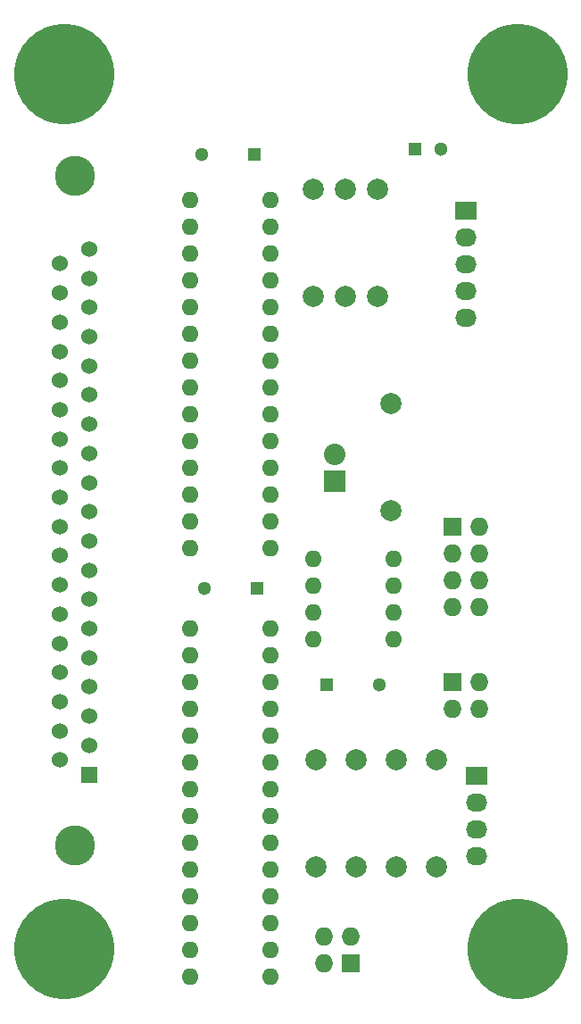
<source format=gbr>
G04 #@! TF.FileFunction,Soldermask,Bot*
%FSLAX46Y46*%
G04 Gerber Fmt 4.6, Leading zero omitted, Abs format (unit mm)*
G04 Created by KiCad (PCBNEW (after 2015-mar-04 BZR unknown)-product) date 1/31/2017 12:48:21 PM*
%MOMM*%
G01*
G04 APERTURE LIST*
%ADD10C,0.150000*%
%ADD11C,9.525000*%
%ADD12R,2.032000X2.032000*%
%ADD13O,2.032000X2.032000*%
%ADD14R,1.300000X1.300000*%
%ADD15C,1.300000*%
%ADD16R,1.524000X1.524000*%
%ADD17C,1.524000*%
%ADD18C,3.810000*%
%ADD19O,1.600000X1.600000*%
%ADD20R,1.727200X1.727200*%
%ADD21O,1.727200X1.727200*%
%ADD22R,2.032000X1.727200*%
%ADD23O,2.032000X1.727200*%
%ADD24C,1.998980*%
G04 APERTURE END LIST*
D10*
D11*
X16000000Y-16000000D03*
X59000000Y-16000000D03*
X16000000Y-99000000D03*
X59000000Y-99000000D03*
D12*
X41656000Y-54610000D03*
D13*
X41656000Y-52070000D03*
D14*
X34036000Y-23622000D03*
D15*
X29036000Y-23622000D03*
D14*
X34290000Y-64770000D03*
D15*
X29290000Y-64770000D03*
D16*
X18422400Y-82417400D03*
D17*
X18422400Y-79648800D03*
X18422400Y-76880200D03*
X18422400Y-74111600D03*
X18422400Y-71343000D03*
X18422400Y-68574400D03*
X18422400Y-65805800D03*
X18422400Y-63037200D03*
X18422400Y-60268600D03*
D18*
X17000000Y-89123000D03*
X17000000Y-25623000D03*
D17*
X18422400Y-57500000D03*
X18422400Y-54731400D03*
X18422400Y-51962800D03*
X18422400Y-49194200D03*
X18422400Y-46425600D03*
X18422400Y-43657000D03*
X18422400Y-40888400D03*
X18422400Y-38119800D03*
X18422400Y-35351200D03*
X18422400Y-32582600D03*
X15577600Y-81045800D03*
X15577600Y-78277200D03*
X15577600Y-75508600D03*
X15577600Y-72740000D03*
X15577600Y-69971400D03*
X15577600Y-67202800D03*
X15577600Y-64434200D03*
X15577600Y-61665600D03*
X15577600Y-58897000D03*
X15577600Y-56128400D03*
X15577600Y-53359800D03*
X15577600Y-50591200D03*
X15577600Y-47822600D03*
X15577600Y-45054000D03*
X15577600Y-42285400D03*
X15577600Y-39516800D03*
X15577600Y-36748200D03*
X15577600Y-33979600D03*
D19*
X27940000Y-68580000D03*
X27940000Y-71120000D03*
X27940000Y-73660000D03*
X27940000Y-76200000D03*
X27940000Y-78740000D03*
X27940000Y-81280000D03*
X27940000Y-83820000D03*
X27940000Y-86360000D03*
X27940000Y-88900000D03*
X27940000Y-91440000D03*
X27940000Y-93980000D03*
X27940000Y-96520000D03*
X27940000Y-99060000D03*
X27940000Y-101600000D03*
X35560000Y-101600000D03*
X35560000Y-99060000D03*
X35560000Y-96520000D03*
X35560000Y-93980000D03*
X35560000Y-91440000D03*
X35560000Y-88900000D03*
X35560000Y-86360000D03*
X35560000Y-83820000D03*
X35560000Y-81280000D03*
X35560000Y-78740000D03*
X35560000Y-76200000D03*
X35560000Y-73660000D03*
X35560000Y-71120000D03*
X35560000Y-68580000D03*
X27940000Y-27940000D03*
X27940000Y-30480000D03*
X27940000Y-33020000D03*
X27940000Y-35560000D03*
X27940000Y-38100000D03*
X27940000Y-40640000D03*
X27940000Y-43180000D03*
X27940000Y-45720000D03*
X27940000Y-48260000D03*
X27940000Y-50800000D03*
X27940000Y-53340000D03*
X27940000Y-55880000D03*
X27940000Y-58420000D03*
X27940000Y-60960000D03*
X35560000Y-60960000D03*
X35560000Y-58420000D03*
X35560000Y-55880000D03*
X35560000Y-53340000D03*
X35560000Y-50800000D03*
X35560000Y-48260000D03*
X35560000Y-45720000D03*
X35560000Y-43180000D03*
X35560000Y-40640000D03*
X35560000Y-38100000D03*
X35560000Y-35560000D03*
X35560000Y-33020000D03*
X35560000Y-30480000D03*
X35560000Y-27940000D03*
X39624000Y-61976000D03*
X39624000Y-64516000D03*
X39624000Y-67056000D03*
X39624000Y-69596000D03*
X47244000Y-69596000D03*
X47244000Y-67056000D03*
X47244000Y-64516000D03*
X47244000Y-61976000D03*
D20*
X52832000Y-58928000D03*
D21*
X55372000Y-58928000D03*
X52832000Y-61468000D03*
X55372000Y-61468000D03*
X52832000Y-64008000D03*
X55372000Y-64008000D03*
X52832000Y-66548000D03*
X55372000Y-66548000D03*
D22*
X54102000Y-28956000D03*
D23*
X54102000Y-31496000D03*
X54102000Y-34036000D03*
X54102000Y-36576000D03*
X54102000Y-39116000D03*
D24*
X43688000Y-91186000D03*
X43688000Y-81026000D03*
X39878000Y-91186000D03*
X39878000Y-81026000D03*
X47498000Y-91186000D03*
X47498000Y-81026000D03*
X45720000Y-37084000D03*
X45720000Y-26924000D03*
X46990000Y-57404000D03*
X46990000Y-47244000D03*
X39624000Y-37084000D03*
X39624000Y-26924000D03*
X51308000Y-91186000D03*
X51308000Y-81026000D03*
X42672000Y-37084000D03*
X42672000Y-26924000D03*
D22*
X55118000Y-82550000D03*
D23*
X55118000Y-85090000D03*
X55118000Y-87630000D03*
X55118000Y-90170000D03*
D14*
X40894000Y-73914000D03*
D15*
X45894000Y-73914000D03*
D20*
X52832000Y-73660000D03*
D21*
X55372000Y-73660000D03*
X52832000Y-76200000D03*
X55372000Y-76200000D03*
D20*
X43180000Y-100330000D03*
D21*
X40640000Y-100330000D03*
X43180000Y-97790000D03*
X40640000Y-97790000D03*
D14*
X49276000Y-23114000D03*
D15*
X51776000Y-23114000D03*
M02*

</source>
